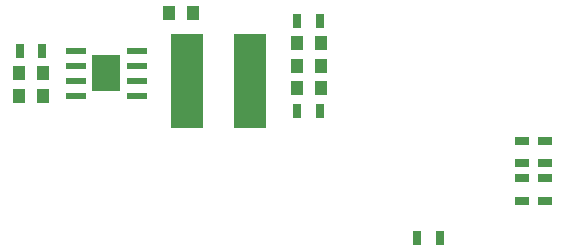
<source format=gtp>
G04 #@! TF.FileFunction,Paste,Top*
%FSLAX46Y46*%
G04 Gerber Fmt 4.6, Leading zero omitted, Abs format (unit mm)*
G04 Created by KiCad (PCBNEW 4.0.7) date Sun Mar 11 13:24:20 2018*
%MOMM*%
%LPD*%
G01*
G04 APERTURE LIST*
%ADD10C,0.100000*%
%ADD11R,1.000000X1.250000*%
%ADD12R,0.700000X1.300000*%
%ADD13R,1.300000X0.700000*%
%ADD14R,1.778000X0.533400*%
%ADD15R,2.400000X3.099999*%
%ADD16R,2.705100X8.001000*%
G04 APERTURE END LIST*
D10*
D11*
X169910000Y-85725000D03*
X167910000Y-85725000D03*
X146415000Y-84455000D03*
X144415000Y-84455000D03*
X146415000Y-86360000D03*
X144415000Y-86360000D03*
X157115000Y-79375000D03*
X159115000Y-79375000D03*
X169910000Y-81915000D03*
X167910000Y-81915000D03*
X169910000Y-83820000D03*
X167910000Y-83820000D03*
D12*
X169860000Y-87630000D03*
X167960000Y-87630000D03*
X167960000Y-80010000D03*
X169860000Y-80010000D03*
X144465000Y-82550000D03*
X146365000Y-82550000D03*
D13*
X187007500Y-93347500D03*
X187007500Y-95247500D03*
X187007500Y-90172500D03*
X187007500Y-92072500D03*
X188912500Y-93347500D03*
X188912500Y-95247500D03*
X188912500Y-90172500D03*
X188912500Y-92072500D03*
D14*
X149199600Y-82550000D03*
X149199600Y-83820000D03*
X149199600Y-85090000D03*
X149199600Y-86360000D03*
X154330400Y-86360000D03*
X154330400Y-85090000D03*
X154330400Y-83820000D03*
X154330400Y-82550000D03*
D15*
X151765000Y-84455000D03*
D12*
X180020000Y-98425000D03*
X178120000Y-98425000D03*
D16*
X158635700Y-85090000D03*
X163944300Y-85090000D03*
M02*

</source>
